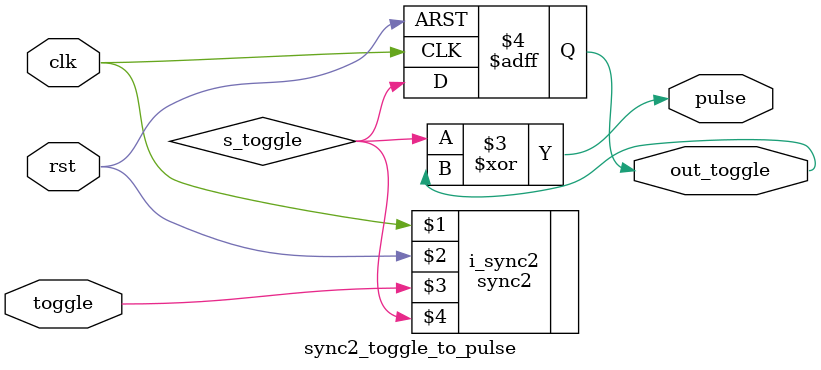
<source format=v>
module sync2_toggle_to_pulse
(
    input      clk,
    input      rst,
    input      toggle,
    output     pulse,
    output reg out_toggle
);

    wire s_toggle;

    sync2 i_sync2 (clk, rst, toggle, s_toggle);

    always @ (posedge clk or negedge rst)
        if (!rst)
            out_toggle <= 0;
        else
            out_toggle <= s_toggle;

    assign pulse = s_toggle ^ out_toggle;

endmodule

</source>
